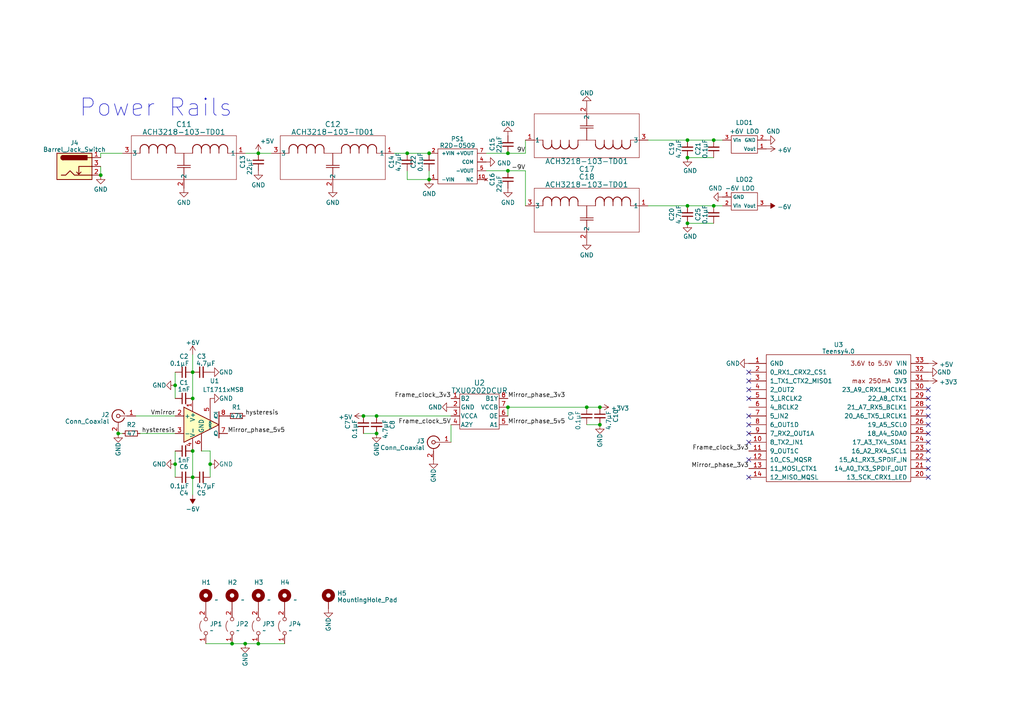
<source format=kicad_sch>
(kicad_sch (version 20230121) (generator eeschema)
  (paper "A4")
  (lib_symbols
    (symbol "Comparator:LT1711xMS8" (pin_names (offset 0.127))
      (property "Reference" "U" (at -5.08 7.62 0))
      (property "Value" "LT1711xMS8" (at 8.89 5.08 0))
      (symbol "LT1711xMS8_0_1"
        (polyline (pts (xy 5.08 3.81) (xy 5.08 -3.81)) (stroke (width 0.254)))
        (polyline (pts (xy -5.08 5.08) (xy 5.08 0) (xy -5.08 -5.08) (xy -5.08 5.08)) (stroke (width 0.254)) (fill (type background)))
      )
      (symbol "LT1711xMS8_1_1"
        (pin power_in line (at -2.54 7.62 270) (length 3.81) (name "V+") (number "1"))
        (pin input line (at -7.62 2.54 0) (length 2.54) (name "+") (number "2"))
        (pin input line (at -7.62 -2.54 0) (length 2.54) (name "-") (number "3"))
        (pin power_in line (at -2.54 -7.62 90) (length 3.81) (name "V-") (number "4"))
        (pin input line (at 2.54 7.62 270) (length 6.35) (name "LATCH") (number "5"))
        (pin power_in line (at 0 -7.62 90) (length 5.08) (name "GND") (number "6"))
        (pin output line (at 7.62 -2.54 180) (length 2.54) (name "Q") (number "7"))
        (pin output line (at 7.62 2.54 180) (length 2.54) (name "~{Q}") (number "8"))
      )
    )
    (symbol "Connector:Barrel_Jack_Switch" (pin_names hide)
      (property "Reference" "J" (at 0 5.334 0))
      (property "Value" "Barrel_Jack_Switch" (at 0 -5.08 0))
      (symbol "Barrel_Jack_Switch_0_1"
        (rectangle (start -5.08 3.81) (end 5.08 -3.81) (stroke (width 0.254)) (fill (type background)))
        (arc (start -3.302 3.175) (mid -3.9343 2.54) (end -3.302 1.905) (stroke (width 0.254)))
        (arc (start -3.302 3.175) (mid -3.9343 2.54) (end -3.302 1.905) (stroke (width 0.254)) (fill (type outline)))
        (polyline (pts (xy 1.27 -2.286) (xy 1.905 -1.651)) (stroke (width 0.254)))
        (polyline (pts (xy 5.08 2.54) (xy 3.81 2.54)) (stroke (width 0.254)))
        (polyline (pts (xy 5.08 0) (xy 1.27 0) (xy 1.27 -2.286) (xy 0.635 -1.651)) (stroke (width 0.254)))
        (polyline (pts (xy -3.81 -2.54) (xy -2.54 -2.54) (xy -1.27 -1.27) (xy 0 -2.54) (xy 2.54 -2.54) (xy 5.08 -2.54)) (stroke (width 0.254)))
        (rectangle (start 3.683 3.175) (end -3.302 1.905) (stroke (width 0.254)) (fill (type outline)))
      )
      (symbol "Barrel_Jack_Switch_1_1"
        (pin passive line (at 7.62 2.54 180) (length 2.54) (name "~") (number "1"))
        (pin passive line (at 7.62 -2.54 180) (length 2.54) (name "~") (number "2"))
        (pin passive line (at 7.62 0 180) (length 2.54) (name "~") (number "3"))
      )
    )
    (symbol "Connector:Conn_Coaxial" (pin_names (offset 1.016) hide)
      (property "Reference" "J" (at 0.254 3.048 0))
      (property "Value" "Conn_Coaxial" (at 2.921 0 90))
      (symbol "Conn_Coaxial_0_1"
        (arc (start -1.778 -0.508) (mid 0.2311 -1.8066) (end 1.778 0) (stroke (width 0.254)))
        (polyline (pts (xy -2.54 0) (xy -0.508 0)))
        (polyline (pts (xy 0 -2.54) (xy 0 -1.778)))
        (circle (center 0 0) (radius 0.508) (stroke (width 0.2032)))
        (arc (start 1.778 0) (mid 0.2099 1.8101) (end -1.778 0.508) (stroke (width 0.254)))
      )
      (symbol "Conn_Coaxial_1_1"
        (pin passive line (at -5.08 0 0) (length 2.54) (name "In") (number "1"))
        (pin passive line (at 0 -5.08 90) (length 2.54) (name "Ext") (number "2"))
      )
    )
    (symbol "Custom:-6V_LDO"
      (property "Reference" "LDO" (at 0 0 0))
      (symbol "-6V_LDO_0_1"
        (rectangle (start -3.81 -1.27) (end 3.81 -6.35))
      )
      (symbol "-6V_LDO_1_0"
        (pin power_in line (at -6.35 -2.54 0) (length 2.54) (name "GND") (number "1"))
        (pin power_in line (at -6.35 -5.08 0) (length 2.54) (name "Vin") (number "2"))
        (pin power_in line (at 6.35 -5.08 180) (length 2.54) (name "Vout") (number "3"))
      )
    )
    (symbol "Custom:6V_LDO"
      (property "Reference" "LDO" (at 2.54 1.27 0))
      (symbol "6V_LDO_0_1"
        (rectangle (start 0 -1.27) (end 7.62 -6.35))
      )
      (symbol "6V_LDO_1_0"
        (pin power_in line (at -2.54 -2.54 0) (length 2.54) (name "Vout") (number "1"))
        (pin power_in line (at -2.54 -5.08 0) (length 2.54) (name "GND") (number "2"))
        (pin power_in line (at 10.16 -5.08 180) (length 2.54) (name "Vin") (number "3"))
      )
    )
    (symbol "Custom:ACH3218-103-TD01" (pin_names (offset 0.254))
      (property "Reference" "C" (at 7.62 12.7 0))
      (property "Value" "ACH3218-103-TD01" (at 7.62 7.62 0))
      (symbol "ACH3218-103-TD01_0_1"
        (arc (start -2.54 1.27) (mid -3.81 2.5345) (end -5.08 1.27) (stroke (width 0.254)))
        (polyline (pts (xy -7.62 -7.62) (xy -7.62 5.08)) (stroke (width 0.127)))
        (polyline (pts (xy -7.62 -7.62) (xy 22.86 -7.62)) (stroke (width 0.127)))
        (polyline (pts (xy -7.62 0) (xy -5.08 0)) (stroke (width 0.127)))
        (polyline (pts (xy -7.62 5.08) (xy 22.86 5.08)) (stroke (width 0.127)))
        (polyline (pts (xy -5.08 0) (xy -5.08 1.27)) (stroke (width 0.2032)))
        (polyline (pts (xy -2.54 0) (xy -2.54 1.27)) (stroke (width 0.2032)))
        (polyline (pts (xy 0 0) (xy 0 1.27)) (stroke (width 0.2032)))
        (polyline (pts (xy 2.54 0) (xy 2.54 1.27)) (stroke (width 0.2032)))
        (polyline (pts (xy 5.08 0) (xy 5.08 1.27)) (stroke (width 0.2032)))
        (polyline (pts (xy 5.08 0) (xy 7.62 0)) (stroke (width 0.127)))
        (polyline (pts (xy 7.62 -7.62) (xy 7.62 -4.1402)) (stroke (width 0.2032)))
        (polyline (pts (xy 7.62 -3.5052) (xy 7.62 0)) (stroke (width 0.2032)))
        (polyline (pts (xy 7.62 0) (xy 10.16 0)) (stroke (width 0.127)))
        (polyline (pts (xy 9.525 -4.1402) (xy 5.715 -4.1402)) (stroke (width 0.2032)))
        (polyline (pts (xy 9.525 -3.5052) (xy 5.715 -3.5052)) (stroke (width 0.2032)))
        (polyline (pts (xy 10.16 0) (xy 10.16 1.27)) (stroke (width 0.2032)))
        (polyline (pts (xy 12.7 0) (xy 12.7 1.27)) (stroke (width 0.2032)))
        (polyline (pts (xy 15.24 0) (xy 15.24 1.27)) (stroke (width 0.2032)))
        (polyline (pts (xy 17.78 0) (xy 17.78 1.27)) (stroke (width 0.2032)))
        (polyline (pts (xy 20.32 0) (xy 20.32 1.27)) (stroke (width 0.2032)))
        (polyline (pts (xy 20.32 0) (xy 22.86 0)) (stroke (width 0.127)))
        (polyline (pts (xy 22.86 5.08) (xy 22.86 -7.62)) (stroke (width 0.127)))
        (arc (start 0 1.27) (mid -1.27 2.5345) (end -2.54 1.27) (stroke (width 0.254)))
        (arc (start 2.54 1.27) (mid 1.27 2.5345) (end 0 1.27) (stroke (width 0.254)))
        (arc (start 5.08 1.27) (mid 3.81 2.5345) (end 2.54 1.27) (stroke (width 0.254)))
        (arc (start 12.7 1.27) (mid 11.43 2.5345) (end 10.16 1.27) (stroke (width 0.254)))
        (arc (start 15.24 1.27) (mid 13.97 2.5345) (end 12.7 1.27) (stroke (width 0.254)))
        (arc (start 17.78 1.27) (mid 16.51 2.5345) (end 15.24 1.27) (stroke (width 0.254)))
        (arc (start 20.32 1.27) (mid 19.05 2.5345) (end 17.78 1.27) (stroke (width 0.254)))
        (pin unspecified line (at -10.16 0 0) (length 2.54) (name "1") (number "1"))
      )
      (symbol "ACH3218-103-TD01_1_1"
        (pin input line (at 7.62 -10.16 90) (length 2.54) (name "2") (number "2"))
        (pin input line (at 25.4 0 180) (length 2.54) (name "3") (number "3"))
      )
    )
    (symbol "Custom:R2D-0509" (pin_names (offset 1.016))
      (property "Reference" "PS" (at -8.89 11.43 0))
      (property "Value" "R2D-0509" (at -8.89 8.89 0))
      (symbol "R2D-0509_0_1"
        (rectangle (start -10.16 8.89) (end 1.27 -1.27))
      )
      (symbol "R2D-0509_1_0"
        (pin input line (at -12.7 0 0) (length 2.54) (name "-VIN") (number "1"))
        (pin no_connect line (at 3.81 0 180) (length 2.54) (name "NC") (number "10"))
        (pin input line (at -12.7 7.62 0) (length 2.54) (name "+VIN") (number "2"))
        (pin power_in line (at 3.81 5.08 180) (length 2.54) (name "COM") (number "4"))
        (pin output line (at 3.81 2.54 180) (length 2.54) (name "-VOUT") (number "5"))
        (pin output line (at 3.81 7.62 180) (length 2.54) (name "+VOUT") (number "7"))
      )
    )
    (symbol "Custom:TXU0202DCUR" (pin_names (offset 0.254))
      (property "Reference" "U" (at 11.43 6.35 0))
      (property "Value" "TXU0202DCUR" (at 12.7 3.81 0))
      (symbol "TXU0202DCUR_1_1"
        (rectangle (start 7.62 1.27) (end 19.05 -8.89))
        (pin input line (at 5.08 0 0) (length 2.54) (name "B2") (number "1"))
        (pin power_out line (at 5.08 -2.54 0) (length 2.54) (name "GND") (number "2"))
        (pin power_in line (at 5.08 -5.08 0) (length 2.54) (name "VCCA") (number "3"))
        (pin output line (at 5.08 -7.62 0) (length 2.54) (name "A2Y") (number "4"))
        (pin input line (at 21.59 -7.62 180) (length 2.54) (name "A1") (number "5"))
        (pin input line (at 21.59 -5.08 180) (length 2.54) (name "OE") (number "6"))
        (pin power_in line (at 21.59 -2.54 180) (length 2.54) (name "VCCB") (number "7"))
        (pin output line (at 21.59 0 180) (length 2.54) (name "B1Y") (number "8"))
      )
    )
    (symbol "Device:C_Small" (pin_numbers hide) (pin_names (offset 0.254) hide)
      (property "Reference" "C" (at 0.254 1.778 0))
      (property "Value" "C_Small" (at 0.254 -2.032 0))
      (symbol "C_Small_0_1"
        (polyline (pts (xy -1.524 -0.508) (xy 1.524 -0.508)) (stroke (width 0.3302)))
        (polyline (pts (xy -1.524 0.508) (xy 1.524 0.508)) (stroke (width 0.3048)))
      )
      (symbol "C_Small_1_1"
        (pin passive line (at 0 2.54 270) (length 2.032) (name "~") (number "1"))
        (pin passive line (at 0 -2.54 90) (length 2.032) (name "~") (number "2"))
      )
    )
    (symbol "Device:R_Small" (pin_numbers hide) (pin_names (offset 0.254) hide)
      (property "Reference" "R" (at 0.762 0.508 0))
      (property "Value" "R_Small" (at 0.762 -1.016 0))
      (symbol "R_Small_0_1"
        (rectangle (start -0.762 1.778) (end 0.762 -1.778) (stroke (width 0.2032)))
      )
      (symbol "R_Small_1_1"
        (pin passive line (at 0 2.54 270) (length 0.762) (name "~") (number "1"))
        (pin passive line (at 0 -2.54 90) (length 0.762) (name "~") (number "2"))
      )
    )
    (symbol "Jumper:Jumper_2_Open" (pin_names (offset 0) hide)
      (property "Reference" "JP" (at 0 2.794 0))
      (property "Value" "Jumper_2_Open" (at 0 -2.286 0))
      (symbol "Jumper_2_Open_0_0"
        (circle (center -2.032 0) (radius 0.508))
        (circle (center 2.032 0) (radius 0.508))
      )
      (symbol "Jumper_2_Open_0_1"
        (arc (start 1.524 1.27) (mid 0 1.778) (end -1.524 1.27))
      )
      (symbol "Jumper_2_Open_1_1"
        (pin passive line (at -5.08 0 0) (length 2.54) (name "A") (number "1"))
        (pin passive line (at 5.08 0 180) (length 2.54) (name "B") (number "2"))
      )
    )
    (symbol "Mechanical:MountingHole_Pad" (pin_numbers hide) (pin_names (offset 1.016) hide)
      (property "Reference" "H" (at 0 6.35 0))
      (property "Value" "MountingHole_Pad" (at 0 4.445 0))
      (symbol "MountingHole_Pad_0_1"
        (circle (center 0 1.27) (radius 1.27) (stroke (width 1.27)))
      )
      (symbol "MountingHole_Pad_1_1"
        (pin input line (at 0 -2.54 90) (length 2.54) (name "1") (number "1"))
      )
    )
    (symbol "power:+3V3" (power) (pin_names (offset 0))
      (property "Value" "+3V3" (at 0 3.556 0))
      (symbol "+3V3_0_1"
        (polyline (pts (xy -0.762 1.27) (xy 0 2.54)))
        (polyline (pts (xy 0 0) (xy 0 2.54)))
        (polyline (pts (xy 0 2.54) (xy 0.762 1.27)))
      )
      (symbol "+3V3_1_1"
        (pin power_in line (at 0 0 90) (length 0) hide (name "+3V3") (number "1"))
      )
    )
    (symbol "power:+5V" (power) (pin_names (offset 0))
      (property "Value" "+5V" (at 0 3.556 0))
      (symbol "+5V_0_1"
        (polyline (pts (xy -0.762 1.27) (xy 0 2.54)))
        (polyline (pts (xy 0 0) (xy 0 2.54)))
        (polyline (pts (xy 0 2.54) (xy 0.762 1.27)))
      )
      (symbol "+5V_1_1"
        (pin power_in line (at 0 0 90) (length 0) hide (name "+5V") (number "1"))
      )
    )
    (symbol "power:+6V" (power) (pin_names (offset 0))
      (property "Value" "+6V" (at 0 3.556 0))
      (symbol "+6V_0_1"
        (polyline (pts (xy -0.762 1.27) (xy 0 2.54)))
        (polyline (pts (xy 0 0) (xy 0 2.54)))
        (polyline (pts (xy 0 2.54) (xy 0.762 1.27)))
      )
      (symbol "+6V_1_1"
        (pin power_in line (at 0 0 90) (length 0) hide (name "+6V") (number "1"))
      )
    )
    (symbol "power:-6V" (power) (pin_names (offset 0))
      (property "Value" "-6V" (at 0 3.81 0))
      (symbol "-6V_0_0"
        (pin power_in line (at 0 0 90) (length 0) hide (name "-6V") (number "1"))
      )
      (symbol "-6V_0_1"
        (polyline (pts (xy 0 0) (xy 0 1.27) (xy 0.762 1.27) (xy 0 2.54) (xy -0.762 1.27) (xy 0 1.27)) (fill (type outline)))
      )
    )
    (symbol "power:GND" (power) (pin_names (offset 0))
      (property "Value" "GND" (at 0 -3.81 0))
      (symbol "GND_0_1"
        (polyline (pts (xy 0 0) (xy 0 -1.27) (xy 1.27 -1.27) (xy 0 -2.54) (xy -1.27 -1.27) (xy 0 -1.27)))
      )
      (symbol "GND_1_1"
        (pin power_in line (at 0 0 270) (length 0) hide (name "GND") (number "1"))
      )
    )
    (symbol "teensy:Teensy4.0-header_only" (pin_names (offset 1.016))
      (property "Reference" "U" (at -3.81 40.64 0))
      (property "Value" "Teensy4.0" (at 0 38.1 0))
      (symbol "Teensy4.0-header_only_0_0"
        (text "3.6V to 5.5V" (at 7.62 34.29 0) (effects (font (size 1.27 1.27))))
        (text "max 250mA" (at 7.62 29.21 0) (effects (font (size 1.27 1.27))))
        (pin bidirectional line (at -27.94 11.43 0) (length 5.08) (name "8_TX2_IN1") (number "10"))
        (pin bidirectional line (at -27.94 8.89 0) (length 5.08) (name "9_OUT1C") (number "11"))
        (pin bidirectional line (at -27.94 6.35 0) (length 5.08) (name "10_CS_MQSR") (number "12"))
        (pin bidirectional line (at -27.94 3.81 0) (length 5.08) (name "11_MOSI_CTX1") (number "13"))
        (pin bidirectional line (at -27.94 1.27 0) (length 5.08) (name "12_MISO_MQSL") (number "14"))
        (pin bidirectional line (at 24.13 1.27 180) (length 5.08) (name "13_SCK_CRX1_LED") (number "20"))
        (pin bidirectional line (at 24.13 3.81 180) (length 5.08) (name "14_A0_TX3_SPDIF_OUT") (number "21"))
        (pin bidirectional line (at 24.13 6.35 180) (length 5.08) (name "15_A1_RX3_SPDIF_IN") (number "22"))
        (pin bidirectional line (at 24.13 8.89 180) (length 5.08) (name "16_A2_RX4_SCL1") (number "23"))
        (pin bidirectional line (at 24.13 11.43 180) (length 5.08) (name "17_A3_TX4_SDA1") (number "24"))
        (pin bidirectional line (at 24.13 13.97 180) (length 5.08) (name "18_A4_SDA0") (number "25"))
        (pin bidirectional line (at 24.13 16.51 180) (length 5.08) (name "19_A5_SCL0") (number "26"))
        (pin bidirectional line (at 24.13 19.05 180) (length 5.08) (name "20_A6_TX5_LRCLK1") (number "27"))
        (pin bidirectional line (at 24.13 21.59 180) (length 5.08) (name "21_A7_RX5_BCLK1") (number "28"))
        (pin bidirectional line (at 24.13 24.13 180) (length 5.08) (name "22_A8_CTX1") (number "29"))
        (pin bidirectional line (at 24.13 26.67 180) (length 5.08) (name "23_A9_CRX1_MCLK1") (number "30"))
        (pin power_out line (at 24.13 29.21 180) (length 5.08) (name "3V3") (number "31"))
        (pin power_in line (at 24.13 31.75 180) (length 5.08) (name "GND") (number "32"))
        (pin power_in line (at 24.13 34.29 180) (length 5.08) (name "VIN") (number "33"))
        (pin bidirectional line (at -27.94 24.13 0) (length 5.08) (name "3_LRCLK2") (number "5"))
        (pin bidirectional line (at -27.94 21.59 0) (length 5.08) (name "4_BCLK2") (number "6"))
        (pin bidirectional line (at -27.94 19.05 0) (length 5.08) (name "5_IN2") (number "7"))
        (pin bidirectional line (at -27.94 16.51 0) (length 5.08) (name "6_OUT1D") (number "8"))
        (pin bidirectional line (at -27.94 13.97 0) (length 5.08) (name "7_RX2_OUT1A") (number "9"))
      )
      (symbol "Teensy4.0-header_only_0_1"
        (rectangle (start -22.86 36.83) (end 19.05 0))
        (rectangle (start 16.51 19.05) (end 16.51 19.05))
      )
      (symbol "Teensy4.0-header_only_1_1"
        (pin power_in line (at -27.94 34.29 0) (length 5.08) (name "GND") (number "1"))
        (pin bidirectional line (at -27.94 31.75 0) (length 5.08) (name "0_RX1_CRX2_CS1") (number "2"))
        (pin bidirectional line (at -27.94 29.21 0) (length 5.08) (name "1_TX1_CTX2_MISO1") (number "3"))
        (pin bidirectional line (at -27.94 26.67 0) (length 5.08) (name "2_OUT2") (number "4"))
      )
    )
  )
  (junction (at 74.93 186.69))
  (junction (at 55.88 130.81))
  (junction (at 55.88 115.57))
  (junction (at 147.32 49.53))
  (junction (at 199.39 59.69))
  (junction (at 173.99 118.11))
  (junction (at 67.31 186.69))
  (junction (at 173.99 123.19))
  (junction (at 60.96 134.62))
  (junction (at 74.93 44.45))
  (junction (at 207.01 59.69))
  (junction (at 199.39 64.77))
  (junction (at 207.01 40.64))
  (junction (at 199.39 40.64))
  (junction (at 109.22 125.73))
  (junction (at 50.8 111.76))
  (junction (at 124.46 52.07))
  (junction (at 124.46 44.45))
  (junction (at 147.32 118.11))
  (junction (at 170.18 118.11))
  (junction (at 118.11 44.45))
  (junction (at 50.8 134.62))
  (junction (at 55.88 107.95))
  (junction (at 71.12 186.69))
  (junction (at 105.41 120.65))
  (junction (at 29.21 50.8))
  (junction (at 34.29 125.73))
  (junction (at 109.22 120.65))
  (junction (at 199.39 45.72))
  (junction (at 147.32 44.45))
  (junction (at 55.88 138.43))
  (no_connect (at 269.24 123.19))
  (no_connect (at 269.24 135.89))
  (no_connect (at 217.17 107.95))
  (no_connect (at 217.17 120.65))
  (no_connect (at 217.17 133.35))
  (no_connect (at 269.24 138.43))
  (no_connect (at 269.24 128.27))
  (no_connect (at 269.24 118.11))
  (no_connect (at 217.17 125.73))
  (no_connect (at 217.17 113.03))
  (no_connect (at 217.17 115.57))
  (no_connect (at 217.17 138.43))
  (no_connect (at 269.24 115.57))
  (no_connect (at 269.24 133.35))
  (no_connect (at 217.17 123.19))
  (no_connect (at 217.17 128.27))
  (no_connect (at 269.24 130.81))
  (no_connect (at 217.17 110.49))
  (no_connect (at 269.24 120.65))
  (no_connect (at 269.24 125.73))
  (no_connect (at 269.24 113.03))
  (wire (pts (xy 118.11 49.53) (xy 118.11 52.07)))
  (wire (pts (xy 67.31 186.69) (xy 71.12 186.69)))
  (wire (pts (xy 130.81 123.19) (xy 130.81 128.27)))
  (wire (pts (xy 109.22 125.73) (xy 105.41 125.73)))
  (wire (pts (xy 118.11 44.45) (xy 124.46 44.45)))
  (wire (pts (xy 74.93 186.69) (xy 82.55 186.69)))
  (wire (pts (xy 152.4 59.69) (xy 152.4 49.53)))
  (wire (pts (xy 152.4 49.53) (xy 147.32 49.53)))
  (wire (pts (xy 50.8 107.95) (xy 50.8 111.76)))
  (wire (pts (xy 55.88 143.51) (xy 55.88 138.43)))
  (wire (pts (xy 147.32 118.11) (xy 147.32 120.65)))
  (wire (pts (xy 199.39 59.69) (xy 207.01 59.69)))
  (wire (pts (xy 50.8 111.76) (xy 50.8 115.57)))
  (wire (pts (xy 50.8 134.62) (xy 50.8 130.81)))
  (wire (pts (xy 118.11 52.07) (xy 124.46 52.07)))
  (wire (pts (xy 109.22 120.65) (xy 130.81 120.65)))
  (wire (pts (xy 71.12 44.45) (xy 74.93 44.45)))
  (wire (pts (xy 170.18 118.11) (xy 173.99 118.11)))
  (wire (pts (xy 40.64 125.73) (xy 50.8 125.73)))
  (wire (pts (xy 74.93 44.45) (xy 78.74 44.45)))
  (wire (pts (xy 124.46 49.53) (xy 124.46 52.07)))
  (wire (pts (xy 71.12 186.69) (xy 74.93 186.69)))
  (wire (pts (xy 140.97 44.45) (xy 147.32 44.45)))
  (wire (pts (xy 114.3 44.45) (xy 118.11 44.45)))
  (wire (pts (xy 187.96 59.69) (xy 199.39 59.69)))
  (wire (pts (xy 199.39 45.72) (xy 207.01 45.72)))
  (wire (pts (xy 105.41 120.65) (xy 109.22 120.65)))
  (wire (pts (xy 140.97 49.53) (xy 147.32 49.53)))
  (wire (pts (xy 29.21 48.26) (xy 29.21 50.8)))
  (wire (pts (xy 152.4 44.45) (xy 147.32 44.45)))
  (wire (pts (xy 34.29 125.73) (xy 35.56 125.73)))
  (wire (pts (xy 55.88 107.95) (xy 55.88 115.57)))
  (wire (pts (xy 39.37 120.65) (xy 50.8 120.65)))
  (wire (pts (xy 58.42 130.81) (xy 60.96 130.81)))
  (wire (pts (xy 147.32 118.11) (xy 170.18 118.11)))
  (wire (pts (xy 29.21 45.72) (xy 29.21 44.45)))
  (wire (pts (xy 60.96 134.62) (xy 60.96 138.43)))
  (wire (pts (xy 207.01 40.64) (xy 209.55 40.64)))
  (wire (pts (xy 187.96 40.64) (xy 199.39 40.64)))
  (wire (pts (xy 50.8 138.43) (xy 50.8 134.62)))
  (wire (pts (xy 60.96 130.81) (xy 60.96 134.62)))
  (wire (pts (xy 29.21 44.45) (xy 35.56 44.45)))
  (wire (pts (xy 207.01 59.69) (xy 209.55 59.69)))
  (wire (pts (xy 199.39 64.77) (xy 207.01 64.77)))
  (wire (pts (xy 173.99 123.19) (xy 170.18 123.19)))
  (wire (pts (xy 152.4 40.64) (xy 152.4 44.45)))
  (wire (pts (xy 199.39 40.64) (xy 207.01 40.64)))
  (wire (pts (xy 59.69 186.69) (xy 67.31 186.69)))
  (wire (pts (xy 55.88 102.87) (xy 55.88 107.95)))
  (wire (pts (xy 55.88 138.43) (xy 55.88 130.81)))
  (text "Power Rails" (at 22.86 34.29 0) (effects (font (size 5 5)) (justify left bottom)))
  (label "Frame_clock_3v3" (at 130.81 115.57 180))
  (label "hysteresis" (at 71.12 120.65 0))
  (label "9V" (at 152.4 44.45 180))
  (label "Mirror_phase_5v5" (at 147.32 123.19 0))
  (label "Frame_clock_5V" (at 130.81 123.19 180))
  (label "Mirror_phase_5v5" (at 66.04 125.73 0))
  (label "Frame_clock_3v3" (at 217.17 130.81 180))
  (label "Mirror_phase_3v3" (at 217.17 135.89 180))
  (label "-9V" (at 152.4 49.53 180))
  (label "Mirror_phase_3v3" (at 147.32 115.57 0))
  (label "hysteresis" (at 50.8 125.73 180))
  (label "Vmirror" (at 50.8 120.65 180))
  (symbol (lib_id "power:GND") (at 60.96 107.95 90) (mirror x) (unit 1)
    (property "Reference" "#PWR015" (effects hide))
    (property "Value" "GND" (at 63.5 107.95 90) (effects (justify right)))
  )
  (symbol (lib_id "power:GND") (at 130.81 118.11 270) (mirror x) (unit 1)
    (property "Reference" "#PWR025" (effects hide))
    (property "Value" "GND" (at 128.27 118.11 90) (effects (justify right)))
  )
  (symbol (lib_id "Mechanical:MountingHole_Pad") (at 67.31 173.99 0) (unit 1)
    (property "Reference" "H2" (at 66.04 168.91 0) (effects (justify left)))
    (property "Value" "~" (at 69.85 173.9973 0) (effects (justify left)))
    (property "Footprint" "MountingHole:MountingHole_6.5mm_Pad_Via" (effects hide))
  )
  (symbol (lib_id "Jumper:Jumper_2_Open") (at 59.69 181.61 90) (unit 1)
    (property "Reference" "JP1" (at 60.833 180.9663 90) (effects (justify right)))
    (property "Value" "~" (at 60.833 182.8873 90) (effects (justify right)))
    (property "Footprint" "Jumper:SolderJumper-2_P1.3mm_Open_TrianglePad1.0x1.5mm" (effects hide))
  )
  (symbol (lib_id "power:GND") (at 140.97 46.99 90) (unit 1)
    (property "Reference" "#PWR04" (effects hide))
    (property "Value" "GND" (at 144.145 47.3068 90) (effects (justify right)))
  )
  (symbol (lib_id "Custom:TXU0202DCUR") (at 125.73 115.57 0) (unit 1)
    (property "Reference" "U2" (at 139.065 111.0439 0) (effects (font (size 1.524 1.524))))
    (property "Value" "TXU0202DCUR" (at 139.065 113.2981 0) (effects (font (size 1.524 1.524))))
    (property "Footprint" "Custom footprints:TXU0202DCUR" (effects hide))
    (property "Datasheet" "https://www.ti.com/lit/ds/symlink/txu0202.pdf" (effects hide))
    (property "Manufacturer" "Texas Instruments" (effects hide))
    (property "Part" "TXU0202DCUR" (effects hide))
  )
  (symbol (lib_id "power:GND") (at 50.8 111.76 270) (mirror x) (unit 1)
    (property "Reference" "#PWR016" (effects hide))
    (property "Value" "GND" (at 48.26 111.76 90) (effects (justify right)))
  )
  (symbol (lib_id "Device:C_Small") (at 74.93 46.99 180) (unit 1)
    (property "Reference" "C13" (at 70.358 46.9837 90))
    (property "Value" "22µF" (at 72.39 48.26 90))
    (property "Footprint" "Capacitor_SMD:C_0805_2012Metric" (effects hide))
    (property "Datasheet" "https://mm.digikey.com/Volume0/opasdata/d220001/medias/docus/339/CL21A226MAYNNNE_Spec.pdf" (effects hide))
    (property "Manufacturer" "Samsung Electro-Mechanics" (effects hide))
    (property "Part" "CL21A226MAYNNNE" (effects hide))
  )
  (symbol (lib_id "Device:C_Small") (at 170.18 120.65 180) (unit 1)
    (property "Reference" "C9" (at 165.608 120.6437 90))
    (property "Value" "0.1µF" (at 167.64 121.92 90))
    (property "Footprint" "Capacitor_SMD:C_0603_1608Metric" (effects hide))
    (property "Datasheet" "https://product.tdk.com/system/files/dam/doc/product/capacitor/ceramic/mlcc/catalog/mlcc_commercial_general_en.pdf" (effects hide))
    (property "Manufacturer" "TDK Corporation" (effects hide))
    (property "Part" "C1608X7R1H104K080AA" (effects hide))
  )
  (symbol (lib_id "power:GND") (at 170.18 30.48 180) (unit 1)
    (property "Reference" "#PWR036" (effects hide))
    (property "Value" "GND" (at 170.18 26.9781 0))
  )
  (symbol (lib_id "power:GND") (at 199.39 64.77 0) (mirror y) (unit 1)
    (property "Reference" "#PWR05" (effects hide))
    (property "Value" "GND" (at 198.12 68.58 0) (effects (justify right)))
  )
  (symbol (lib_id "power:-6V") (at 55.88 143.51 180) (unit 1)
    (property "Reference" "#PWR09" (effects hide))
    (property "Value" "-6V" (at 55.88 147.6455 0))
  )
  (symbol (lib_id "Device:C_Small") (at 207.01 43.18 180) (unit 1)
    (property "Reference" "C21" (at 202.438 43.1737 90))
    (property "Value" "0.1µF" (at 204.47 43.18 90))
    (property "Footprint" "Capacitor_SMD:C_0603_1608Metric" (effects hide))
    (property "Datasheet" "https://product.tdk.com/system/files/dam/doc/product/capacitor/ceramic/mlcc/catalog/mlcc_commercial_general_en.pdf" (effects hide))
    (property "Manufacturer" "TDK Corporation" (effects hide))
    (property "Part" "C1608X7R1H104K080AA" (effects hide))
  )
  (symbol (lib_id "power:GND") (at 222.25 40.64 90) (mirror x) (unit 1)
    (property "Reference" "#PWR011" (effects hide))
    (property "Value" "GND" (at 222.25 38.1 90) (effects (justify right)))
  )
  (symbol (lib_id "Jumper:Jumper_2_Open") (at 67.31 181.61 90) (unit 1)
    (property "Reference" "JP2" (at 68.453 180.9663 90) (effects (justify right)))
    (property "Value" "~" (at 68.453 182.8873 90) (effects (justify right)))
    (property "Footprint" "Jumper:SolderJumper-2_P1.3mm_Open_TrianglePad1.0x1.5mm" (effects hide))
  )
  (symbol (lib_id "power:GND") (at 34.29 125.73 0) (mirror y) (unit 1)
    (property "Reference" "#PWR014" (effects hide))
    (property "Value" "GND" (at 34.29 128.27 90) (effects (justify right)))
  )
  (symbol (lib_id "power:GND") (at 74.93 49.53 0) (unit 1)
    (property "Reference" "#PWR031" (effects hide))
    (property "Value" "GND" (at 74.93 53.6655 0))
  )
  (symbol (lib_id "Device:C_Small") (at 53.34 130.81 90) (mirror x) (unit 1)
    (property "Reference" "C6" (at 53.3463 135.382 90))
    (property "Value" "1nF" (at 53.3463 133.461 90))
    (property "Footprint" "Capacitor_SMD:C_0603_1608Metric" (effects hide))
    (property "Datasheet" "https://product.tdk.com/en/system/files?file=dam/doc/product/capacitor/ceramic/mlcc/catalog/mlcc_automotive_midvoltage_en.pdf" (effects hide))
    (property "Manufacturer" "TDK Corporation" (effects hide))
    (property "Part" "CGA3E2X7R2A102K080AA" (effects hide))
  )
  (symbol (lib_id "power:GND") (at 147.32 54.61 0) (unit 1)
    (property "Reference" "#PWR033" (effects hide))
    (property "Value" "GND" (at 147.32 58.7455 0))
  )
  (symbol (lib_id "power:GND") (at 29.21 50.8 0) (unit 1)
    (property "Reference" "#PWR029" (effects hide))
    (property "Value" "GND" (at 29.21 54.9355 0))
  )
  (symbol (lib_id "power:GND") (at 170.18 69.85 0) (unit 1)
    (property "Reference" "#PWR035" (effects hide))
    (property "Value" "GND" (at 170.18 73.9855 0))
  )
  (symbol (lib_id "power:GND") (at 53.34 54.61 0) (unit 1)
    (property "Reference" "#PWR01" (effects hide))
    (property "Value" "GND" (at 53.34 58.7455 0))
  )
  (symbol (lib_id "Custom:ACH3218-103-TD01") (at 177.8 59.69 0) (mirror y) (unit 1)
    (property "Reference" "C18" (at 170.18 51.2903 0) (effects (font (size 1.524 1.524))))
    (property "Value" "ACH3218-103-TD01" (at 170.18 53.5445 0) (effects (font (size 1.524 1.524))))
    (property "Footprint" "CAP_TDK_ACH3218_TDK" (effects hide))
    (property "Datasheet" "https://product.tdk.com/en/system/files?file=dam/doc/product/emc/emc/3tf/catalog/3tf_commercial_power_ach3218_en.pdf" (effects hide))
    (property "Manufacturer" "TDK Corporation" (effects hide))
    (property "Part" "ACH3218-103-TD01" (effects hide))
  )
  (symbol (lib_id "Device:C_Small") (at 109.22 123.19 0) (unit 1)
    (property "Reference" "C8" (at 113.792 123.1963 90))
    (property "Value" "4.7µF" (at 111.76 124.46 90))
    (property "Footprint" "Capacitor_SMD:C_0603_1608Metric" (effects hide))
    (property "Datasheet" "https://mm.digikey.com/Volume0/opasdata/d220001/medias/docus/609/CL10A475KP8NNNC_Spec.pdf" (effects hide))
    (property "Manufacturer" "Samsung Electro-Mechanics" (effects hide))
    (property "Part" "CL10A475KP8NNNC" (effects hide))
  )
  (symbol (lib_id "Device:R_Small") (at 38.1 125.73 90) (unit 1)
    (property "Reference" "R2" (at 38.1 123.19 90))
    (property "Value" "47" (at 38.1 125.73 90))
    (property "Footprint" "Resistor_SMD:R_0603_1608Metric" (effects hide))
    (property "Datasheet" "https://www.yageo.com/upload/media/product/app/datasheet/rchip/pyu-rt_1-to-0.01_rohs_l.pdf" (effects hide))
    (property "Manufacturer" "YAGEO" (effects hide))
    (property "Part" "RT0603DRD0747RL" (effects hide))
  )
  (symbol (lib_id "power:GND") (at 124.46 52.07 0) (unit 1)
    (property "Reference" "#PWR032" (effects hide))
    (property "Value" "GND" (at 124.46 56.2055 0))
  )
  (symbol (lib_id "power:GND") (at 95.25 176.53 0) (mirror y) (unit 1)
    (property "Reference" "#PWR010" (effects hide))
    (property "Value" "GND" (at 95.25 179.07 90) (effects (justify right)))
  )
  (symbol (lib_id "Device:C_Small") (at 53.34 115.57 90) (unit 1)
    (property "Reference" "C1" (at 53.3463 110.998 90))
    (property "Value" "1nF" (at 53.3463 112.919 90))
    (property "Footprint" "Capacitor_SMD:C_0603_1608Metric" (effects hide))
    (property "Datasheet" "https://product.tdk.com/en/system/files?file=dam/doc/product/capacitor/ceramic/mlcc/catalog/mlcc_automotive_midvoltage_en.pdf" (effects hide))
    (property "Manufacturer" "TDK Corporation" (effects hide))
    (property "Part" "CGA3E2X7R2A102K080AA" (effects hide))
  )
  (symbol (lib_id "power:GND") (at 109.22 125.73 0) (mirror y) (unit 1)
    (property "Reference" "#PWR026" (effects hide))
    (property "Value" "GND" (at 109.22 128.27 90) (effects (justify right)))
  )
  (symbol (lib_id "power:GND") (at 50.8 134.62 270) (unit 1)
    (property "Reference" "#PWR017" (effects hide))
    (property "Value" "GND" (at 48.26 134.62 90) (effects (justify right)))
  )
  (symbol (lib_id "Custom:ACH3218-103-TD01") (at 162.56 40.64 0) (mirror x) (unit 1)
    (property "Reference" "C17" (at 170.18 49.0397 0) (effects (font (size 1.524 1.524))))
    (property "Value" "ACH3218-103-TD01" (at 170.18 46.7855 0) (effects (font (size 1.524 1.524))))
    (property "Footprint" "CAP_TDK_ACH3218_TDK" (effects hide))
    (property "Datasheet" "https://product.tdk.com/en/system/files?file=dam/doc/product/emc/emc/3tf/catalog/3tf_commercial_power_ach3218_en.pdf" (effects hide))
    (property "Manufacturer" "TDK Corporation" (effects hide))
    (property "Part" "ACH3218-103-TD01" (effects hide))
  )
  (symbol (lib_id "Custom:6V_LDO") (at 219.71 45.72 180) (unit 1)
    (property "Reference" "LDO1" (at 215.9 35.56 0))
    (property "Value" "+6V LDO" (at 215.9 38.1 0))
    (property "Footprint" "Package_TO_SOT_SMD:SOT-89-3" (effects hide))
    (property "Datasheet" "https://www.mccsemi.com/pdf/Products/MC78L06F(SOT-89).pdf" (effects hide))
    (property "Manufacturer" "Micro Commercial Co" (effects hide))
    (property "Part" "MC78L06F-TP" (effects hide))
  )
  (symbol (lib_id "power:GND") (at 269.24 107.95 90) (mirror x) (unit 1)
    (property "Reference" "#PWR020" (effects hide))
    (property "Value" "GND" (at 271.78 107.95 90) (effects (justify right)))
  )
  (symbol (lib_id "Device:C_Small") (at 199.39 62.23 180) (unit 1)
    (property "Reference" "C20" (at 194.818 62.2237 90))
    (property "Value" "4.7µF" (at 196.85 62.23 90))
    (property "Footprint" "Capacitor_SMD:C_0603_1608Metric" (effects hide))
    (property "Datasheet" "https://mm.digikey.com/Volume0/opasdata/d220001/medias/docus/609/CL10A475KP8NNNC_Spec.pdf" (effects hide))
    (property "Manufacturer" "Samsung Electro-Mechanics" (effects hide))
    (property "Part" "CL10A475KP8NNNC" (effects hide))
  )
  (symbol (lib_id "power:GND") (at 173.99 123.19 0) (mirror y) (unit 1)
    (property "Reference" "#PWR028" (effects hide))
    (property "Value" "GND" (at 173.99 125.73 90) (effects (justify right)))
  )
  (symbol (lib_id "Device:C_Small") (at 53.34 107.95 90) (unit 1)
    (property "Reference" "C2" (at 53.3463 103.378 90))
    (property "Value" "0.1µF" (at 52.07 105.41 90))
    (property "Footprint" "Capacitor_SMD:C_0603_1608Metric" (effects hide))
    (property "Datasheet" "https://product.tdk.com/system/files/dam/doc/product/capacitor/ceramic/mlcc/catalog/mlcc_commercial_general_en.pdf" (effects hide))
    (property "Manufacturer" "TDK Corporation" (effects hide))
    (property "Part" "C1608X7R1H104K080AA" (effects hide))
  )
  (symbol (lib_id "Device:C_Small") (at 124.46 46.99 180) (unit 1)
    (property "Reference" "C22" (at 119.888 46.9837 90))
    (property "Value" "0.1µF" (at 121.92 46.99 90))
    (property "Footprint" "Capacitor_SMD:C_0603_1608Metric" (effects hide))
    (property "Datasheet" "https://product.tdk.com/system/files/dam/doc/product/capacitor/ceramic/mlcc/catalog/mlcc_commercial_general_en.pdf" (effects hide))
    (property "Manufacturer" "TDK Corporation" (effects hide))
    (property "Part" "C1608X7R1H104K080AA" (effects hide))
  )
  (symbol (lib_id "power:+5V") (at 105.41 120.65 90) (unit 1)
    (property "Reference" "#PWR023" (effects hide))
    (property "Value" "+5V" (at 102.2351 120.9668 90) (effects (justify left)))
  )
  (symbol (lib_id "Connector:Conn_Coaxial") (at 125.73 128.27 0) (mirror y) (unit 1)
    (property "Reference" "J3" (at 123.1899 127.9195 0) (effects (justify left)))
    (property "Value" "Conn_Coaxial" (at 123.1899 129.8405 0) (effects (justify left)))
    (property "Footprint" "Custom footprints:LINX_CONSMA001-C-G" (effects hide))
    (property "Datasheet" "https://app.adam-tech.com/products/download/data_sheet/219105/rf2-04a-t-00-50-g-data-sheet.pdf" (effects hide))
    (property "Manufacturer" "Adam Tech" (effects hide))
    (property "Part" "RF2-04A-T-00-50-G" (effects hide))
  )
  (symbol (lib_id "power:+3V3") (at 269.24 110.49 270) (unit 1)
    (property "Reference" "#PWR022" (effects hide))
    (property "Value" "+3V3" (at 272.415 110.8068 90) (effects (justify left)))
  )
  (symbol (lib_id "Mechanical:MountingHole_Pad") (at 59.69 173.99 0) (unit 1)
    (property "Reference" "H1" (at 58.42 168.91 0) (effects (justify left)))
    (property "Value" "~" (at 62.23 173.9973 0) (effects (justify left)))
    (property "Footprint" "MountingHole:MountingHole_6.5mm_Pad_Via" (effects hide))
  )
  (symbol (lib_id "Device:C_Small") (at 118.11 46.99 180) (unit 1)
    (property "Reference" "C14" (at 113.538 46.9837 90))
    (property "Value" "4.7µF" (at 115.57 46.99 90))
    (property "Footprint" "Capacitor_SMD:C_0603_1608Metric" (effects hide))
    (property "Datasheet" "https://mm.digikey.com/Volume0/opasdata/d220001/medias/docus/609/CL10A475KP8NNNC_Spec.pdf" (effects hide))
    (property "Manufacturer" "Samsung Electro-Mechanics" (effects hide))
    (property "Part" "CL10A475KP8NNNC" (effects hide))
  )
  (symbol (lib_id "Custom:ACH3218-103-TD01") (at 104.14 44.45 0) (mirror y) (unit 1)
    (property "Reference" "C12" (at 96.52 36.0503 0) (effects (font (size 1.524 1.524))))
    (property "Value" "ACH3218-103-TD01" (at 96.52 38.3045 0) (effects (font (size 1.524 1.524))))
    (property "Footprint" "CAP_TDK_ACH3218_TDK" (effects hide))
    (property "Datasheet" "https://product.tdk.com/en/system/files?file=dam/doc/product/emc/emc/3tf/catalog/3tf_commercial_power_ach3218_en.pdf" (effects hide))
    (property "Manufacturer" "TDK Corporation" (effects hide))
    (property "Part" "ACH3218-103-TD01" (effects hide))
  )
  (symbol (lib_id "power:GND") (at 209.55 57.15 270) (unit 1)
    (property "Reference" "#PWR06" (effects hide))
    (property "Value" "GND" (at 209.55 54.61 90) (effects (justify right)))
  )
  (symbol (lib_id "teensy:Teensy4.0-header_only") (at 245.11 139.7 0) (unit 1)
    (property "Reference" "U3" (at 243.205 99.9871 0))
    (property "Value" "Teensy4.0" (at 243.205 101.9081 0))
    (property "Footprint" "Custom footprints:Teensy40-with headers" (effects hide))
    (property "Datasheet" "https://cdn.sparkfun.com/assets/7/f/3/c/5/teensy40_pinout1.png" (effects hide))
    (property "Manufacturer" "SparkFun Electronics" (effects hide))
    (property "Part" "DEV-16997" (effects hide))
  )
  (symbol (lib_id "Device:C_Small") (at 147.32 52.07 180) (unit 1)
    (property "Reference" "C16" (at 142.748 52.0637 90))
    (property "Value" "22µF" (at 144.78 53.34 90))
    (property "Footprint" "Capacitor_SMD:C_0805_2012Metric" (effects hide))
    (property "Datasheet" "https://mm.digikey.com/Volume0/opasdata/d220001/medias/docus/339/CL21A226MAYNNNE_Spec.pdf" (effects hide))
    (property "Manufacturer" "Samsung Electro-Mechanics" (effects hide))
    (property "Part" "CL21A226MAYNNNE" (effects hide))
  )
  (symbol (lib_id "power:+5V") (at 269.24 105.41 270) (unit 1)
    (property "Reference" "#PWR019" (effects hide))
    (property "Value" "+5V" (at 272.415 105.7268 90) (effects (justify left)))
  )
  (symbol (lib_id "Connector:Barrel_Jack_Switch") (at 21.59 48.26 0) (unit 1)
    (property "Reference" "J4" (at 21.59 41.4401 0))
    (property "Value" "Barrel_Jack_Switch" (at 21.59 43.3611 0))
    (property "Footprint" "Custom footprints:Barrel_jack_694108105102_WRE" (effects hide))
    (property "Datasheet" "https://www.we-online.com/katalog/datasheet/6941xx105102.pdf" (effects hide))
    (property "Manufacturer" "Würth Elektronik" (effects hide))
    (property "Part" "694108105102" (effects hide))
  )
  (symbol (lib_id "power:GND") (at 217.17 105.41 270) (mirror x) (unit 1)
    (property "Reference" "#PWR021" (effects hide))
    (property "Value" "GND" (at 214.63 105.41 90) (effects (justify right)))
  )
  (symbol (lib_id "Custom:R2D-0509") (at 137.16 52.07 0) (unit 1)
    (property "Reference" "PS1" (at 132.715 40.2971 0))
    (property "Value" "R2D-0509" (at 132.715 42.2181 0))
    (property "Footprint" "Custom footprints:CONV_R2D-0509" (effects hide))
    (property "Datasheet" "https://recom-power.com/pdf/Econoline/R2S_R2D.pdf" (effects hide))
    (property "Manufacturer" "Recom Power" (effects hide))
    (property "Part" "R2D-0509" (effects hide))
  )
  (symbol (lib_id "power:+3V3") (at 173.99 118.11 270) (unit 1)
    (property "Reference" "#PWR024" (effects hide))
    (property "Value" "+3V3" (at 177.165 118.4268 90) (effects (justify left)))
  )
  (symbol (lib_id "Device:C_Small") (at 207.01 62.23 180) (unit 1)
    (property "Reference" "C25" (at 202.438 62.2237 90))
    (property "Value" "0.1µF" (at 204.47 62.23 90))
    (property "Footprint" "Capacitor_SMD:C_0603_1608Metric" (effects hide))
    (property "Datasheet" "https://product.tdk.com/system/files/dam/doc/product/capacitor/ceramic/mlcc/catalog/mlcc_commercial_general_en.pdf" (effects hide))
    (property "Manufacturer" "TDK Corporation" (effects hide))
    (property "Part" "C1608X7R1H104K080AA" (effects hide))
  )
  (symbol (lib_id "Connector:Conn_Coaxial") (at 34.29 120.65 0) (mirror y) (unit 1)
    (property "Reference" "J2" (at 31.7499 120.2995 0) (effects (justify left)))
    (property "Value" "Conn_Coaxial" (at 31.7499 122.2205 0) (effects (justify left)))
    (property "Footprint" "Custom footprints:LINX_CONSMA001-C-G" (effects hide))
    (property "Datasheet" "https://app.adam-tech.com/products/download/data_sheet/219105/rf2-04a-t-00-50-g-data-sheet.pdf" (effects hide))
    (property "Manufacturer" "Adam Tech" (effects hide))
    (property "Part" "RF2-04A-T-00-50-G" (effects hide))
  )
  (symbol (lib_id "Device:C_Small") (at 105.41 123.19 180) (unit 1)
    (property "Reference" "C7" (at 100.838 123.1837 90))
    (property "Value" "0.1µF" (at 102.87 124.46 90))
    (property "Footprint" "Capacitor_SMD:C_0603_1608Metric" (effects hide))
    (property "Datasheet" "https://product.tdk.com/system/files/dam/doc/product/capacitor/ceramic/mlcc/catalog/mlcc_commercial_general_en.pdf" (effects hide))
    (property "Manufacturer" "TDK Corporation" (effects hide))
    (property "Part" "C1608X7R1H104K080AA" (effects hide))
  )
  (symbol (lib_id "power:GND") (at 71.12 186.69 0) (mirror y) (unit 1)
    (property "Reference" "#PWR07" (effects hide))
    (property "Value" "GND" (at 71.12 189.23 90) (effects (justify right)))
  )
  (symbol (lib_id "power:-6V") (at 222.25 59.69 270) (unit 1)
    (property "Reference" "#PWR08" (effects hide))
    (property "Value" "-6V" (at 225.425 60.0068 90) (effects (justify left)))
  )
  (symbol (lib_id "Jumper:Jumper_2_Open") (at 74.93 181.61 90) (unit 1)
    (property "Reference" "JP3" (at 76.073 180.9663 90) (effects (justify right)))
    (property "Value" "~" (at 76.073 182.8873 90) (effects (justify right)))
    (property "Footprint" "Jumper:SolderJumper-2_P1.3mm_Open_TrianglePad1.0x1.5mm" (effects hide))
  )
  (symbol (lib_id "Device:C_Small") (at 53.34 138.43 90) (mirror x) (unit 1)
    (property "Reference" "C4" (at 53.3463 143.002 90))
    (property "Value" "0.1µF" (at 52.07 140.97 90))
    (property "Footprint" "Capacitor_SMD:C_0603_1608Metric" (effects hide))
    (property "Datasheet" "https://product.tdk.com/system/files/dam/doc/product/capacitor/ceramic/mlcc/catalog/mlcc_commercial_general_en.pdf" (effects hide))
    (property "Manufacturer" "TDK Corporation" (effects hide))
    (property "Part" "C1608X7R1H104K080AA" (effects hide))
  )
  (symbol (lib_id "power:GND") (at 125.73 133.35 0) (mirror y) (unit 1)
    (property "Reference" "#PWR027" (effects hide))
    (property "Value" "GND" (at 125.73 135.89 90) (effects (justify right)))
  )
  (symbol (lib_id "power:+5V") (at 74.93 44.45 0) (unit 1)
    (property "Reference" "#PWR02" (effects hide))
    (property "Value" "+5V" (at 77.47 40.9481 0))
  )
  (symbol (lib_id "Device:C_Small") (at 58.42 107.95 90) (unit 1)
    (property "Reference" "C3" (at 58.4263 103.378 90))
    (property "Value" "4.7µF" (at 59.69 105.41 90))
    (property "Footprint" "Capacitor_SMD:C_0603_1608Metric" (effects hide))
    (property "Datasheet" "https://mm.digikey.com/Volume0/opasdata/d220001/medias/docus/609/CL10A475KP8NNNC_Spec.pdf" (effects hide))
    (property "Manufacturer" "Samsung Electro-Mechanics" (effects hide))
    (property "Part" "CL10A475KP8NNNC" (effects hide))
  )
  (symbol (lib_id "Device:R_Small") (at 68.58 120.65 90) (unit 1)
    (property "Reference" "R1" (at 68.58 118.11 90))
    (property "Value" "47k" (at 68.58 120.65 90))
    (property "Footprint" "Resistor_SMD:R_0805_2012Metric" (effects hide))
    (property "Datasheet" "https://www.susumu.co.jp/common/pdf/n_catalog_partition05_en.pdf" (effects hide))
    (property "Manufacturer" "Susumu" (effects hide))
    (property "Part" "RR1220P-473-D" (effects hide))
  )
  (symbol (lib_id "Mechanical:MountingHole_Pad") (at 95.25 173.99 0) (unit 1)
    (property "Reference" "H5" (at 97.79 172.0763 0) (effects (justify left)))
    (property "Value" "MountingHole_Pad" (at 97.79 173.9973 0) (effects (justify left)))
    (property "Footprint" "MountingHole:MountingHole_2.2mm_M2_DIN965_Pad" (effects hide))
  )
  (symbol (lib_id "Mechanical:MountingHole_Pad") (at 74.93 173.99 0) (unit 1)
    (property "Reference" "H3" (at 73.66 168.91 0) (effects (justify left)))
    (property "Value" "~" (at 77.47 173.9973 0) (effects (justify left)))
    (property "Footprint" "MountingHole:MountingHole_6.5mm_Pad_Via" (effects hide))
  )
  (symbol (lib_id "power:+6V") (at 55.88 102.87 0) (unit 1)
    (property "Reference" "#PWR013" (effects hide))
    (property "Value" "+6V" (at 55.88 99.3681 0))
  )
  (symbol (lib_id "Device:C_Small") (at 173.99 120.65 0) (unit 1)
    (property "Reference" "C10" (at 178.562 120.6563 90))
    (property "Value" "4.7µF" (at 176.53 121.92 90))
    (property "Footprint" "Capacitor_SMD:C_0603_1608Metric" (effects hide))
    (property "Datasheet" "https://mm.digikey.com/Volume0/opasdata/d220001/medias/docus/609/CL10A475KP8NNNC_Spec.pdf" (effects hide))
    (property "Manufacturer" "Samsung Electro-Mechanics" (effects hide))
    (property "Part" "CL10A475KP8NNNC" (effects hide))
  )
  (symbol (lib_id "power:GND") (at 60.96 115.57 90) (mirror x) (unit 1)
    (property "Reference" "#PWR037" (effects hide))
    (property "Value" "GND" (at 63.5 115.57 90) (effects (justify right)))
  )
  (symbol (lib_id "power:+6V") (at 222.25 43.18 270) (unit 1)
    (property "Reference" "#PWR012" (effects hide))
    (property "Value" "+6V" (at 225.425 43.4968 90) (effects (justify left)))
  )
  (symbol (lib_id "Comparator:LT1711xMS8") (at 58.42 123.19 0) (unit 1)
    (property "Reference" "U1" (at 62.23 110.49 0))
    (property "Value" "LT1711xMS8" (at 64.77 113.03 0))
    (property "Footprint" "Package_SO:MSOP-8_3x3mm_P0.65mm" (effects hide))
    (property "Datasheet" "https://www.analog.com/media/en/technical-documentation/data-sheets/171112f.pdf" (effects hide))
    (property "Manufacturer" "Analog Devices Inc." (effects hide))
    (property "Part" "LT1711IMS8#TRPBF" (effects hide))
  )
  (symbol (lib_id "Custom:ACH3218-103-TD01") (at 60.96 44.45 0) (mirror y) (unit 1)
    (property "Reference" "C11" (at 53.34 36.0503 0) (effects (font (size 1.524 1.524))))
    (property "Value" "ACH3218-103-TD01" (at 53.34 38.3045 0) (effects (font (size 1.524 1.524))))
    (property "Footprint" "CAP_TDK_ACH3218_TDK" (effects hide))
    (property "Datasheet" "https://product.tdk.com/en/system/files?file=dam/doc/product/emc/emc/3tf/catalog/3tf_commercial_power_ach3218_en.pdf" (effects hide))
    (property "Manufacturer" "TDK Corporation" (effects hide))
    (property "Part" "ACH3218-103-TD01" (effects hide))
  )
  (symbol (lib_id "power:GND") (at 96.52 54.61 0) (unit 1)
    (property "Reference" "#PWR030" (effects hide))
    (property "Value" "GND" (at 96.52 58.7455 0))
  )
  (symbol (lib_id "power:GND") (at 147.32 39.37 180) (unit 1)
    (property "Reference" "#PWR034" (effects hide))
    (property "Value" "GND" (at 147.32 35.8681 0))
  )
  (symbol (lib_id "Device:C_Small") (at 199.39 43.18 180) (unit 1)
    (property "Reference" "C19" (at 194.818 43.1737 90))
    (property "Value" "4.7µF" (at 196.85 43.18 90))
    (property "Footprint" "Capacitor_SMD:C_0603_1608Metric" (effects hide))
    (property "Datasheet" "https://mm.digikey.com/Volume0/opasdata/d220001/medias/docus/609/CL10A475KP8NNNC_Spec.pdf" (effects hide))
    (property "Manufacturer" "Samsung Electro-Mechanics" (effects hide))
    (property "Part" "CL10A475KP8NNNC" (effects hide))
  )
  (symbol (lib_id "Jumper:Jumper_2_Open") (at 82.55 181.61 90) (unit 1)
    (property "Reference" "JP4" (at 83.693 180.9663 90) (effects (justify right)))
    (property "Value" "~" (at 83.693 182.8873 90) (effects (justify right)))
    (property "Footprint" "Jumper:SolderJumper-2_P1.3mm_Open_TrianglePad1.0x1.5mm" (effects hide))
  )
  (symbol (lib_id "Device:C_Small") (at 147.32 41.91 180) (unit 1)
    (property "Reference" "C15" (at 142.748 41.9037 90))
    (property "Value" "22µF" (at 144.78 41.91 90))
    (property "Footprint" "Capacitor_SMD:C_0805_2012Metric" (effects hide))
    (property "Datasheet" "https://mm.digikey.com/Volume0/opasdata/d220001/medias/docus/339/CL21A226MAYNNNE_Spec.pdf" (effects hide))
    (property "Manufacturer" "Samsung Electro-Mechanics" (effects hide))
    (property "Part" "CL21A226MAYNNNE" (effects hide))
  )
  (symbol (lib_id "power:GND") (at 199.39 45.72 0) (mirror y) (unit 1)
    (property "Reference" "#PWR03" (effects hide))
    (property "Value" "GND" (at 198.12 49.53 0) (effects (justify right)))
  )
  (symbol (lib_id "Custom:-6V_LDO") (at 215.9 54.61 0) (unit 1)
    (property "Reference" "LDO2" (at 215.9 52.07 0))
    (property "Value" "-6V LDO" (at 214.63 54.61 0))
    (property "Footprint" "Package_TO_SOT_SMD:SOT-89-3" (effects hide))
    (property "Datasheet" "https://www.mccsemi.com/pdf/Products/MC79L06F(SOT-89).pdf" (effects hide))
    (property "Manufacturer" "Micro Commercial Co" (effects hide))
    (property "Part" "MC79L06F-TP" (effects hide))
  )
  (symbol (lib_id "Device:C_Small") (at 58.42 138.43 90) (mirror x) (unit 1)
    (property "Reference" "C5" (at 58.4263 143.002 90))
    (property "Value" "4.7µF" (at 59.69 140.97 90))
    (property "Footprint" "Capacitor_SMD:C_0603_1608Metric" (effects hide))
    (property "Datasheet" "https://mm.digikey.com/Volume0/opasdata/d220001/medias/docus/609/CL10A475KP8NNNC_Spec.pdf" (effects hide))
    (property "Manufacturer" "Samsung Electro-Mechanics" (effects hide))
    (property "Part" "CL10A475KP8NNNC" (effects hide))
  )
  (symbol (lib_id "Mechanical:MountingHole_Pad") (at 82.55 173.99 0) (unit 1)
    (property "Reference" "H4" (at 81.28 168.91 0) (effects (justify left)))
    (property "Value" "~" (at 85.09 173.9973 0) (effects (justify left)))
    (property "Footprint" "MountingHole:MountingHole_6.5mm_Pad_Via" (effects hide))
  )
  (symbol (lib_id "power:GND") (at 60.96 134.62 90) (mirror x) (unit 1)
    (property "Reference" "#PWR018" (effects hide))
    (property "Value" "GND" (at 63.5 134.62 90) (effects (justify right)))
  )
)
</source>
